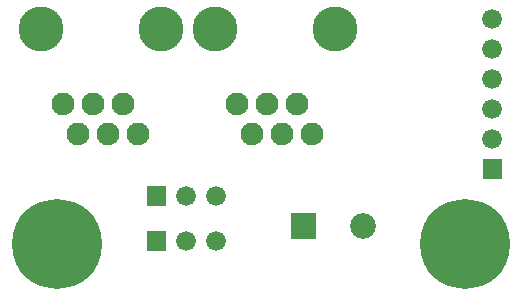
<source format=gbr>
G04 start of page 7 for group -4062 idx -4062 *
G04 Title: (unknown), soldermask *
G04 Creator: pcb 20110918 *
G04 CreationDate: Sun 25 Aug 2013 04:17:39 AM GMT UTC *
G04 For: railfan *
G04 Format: Gerber/RS-274X *
G04 PCB-Dimensions: 170000 100000 *
G04 PCB-Coordinate-Origin: lower left *
%MOIN*%
%FSLAX25Y25*%
%LNBOTTOMMASK*%
%ADD63C,0.0660*%
%ADD62C,0.2997*%
%ADD61C,0.0860*%
%ADD60C,0.0001*%
%ADD59C,0.0760*%
%ADD58C,0.1500*%
G54D58*X109500Y88500D03*
G54D59*X102000Y53500D03*
X97000Y63500D03*
X92000Y53500D03*
X87000Y63500D03*
X82000Y53500D03*
X77000Y63500D03*
G54D60*G36*
X94700Y27300D02*Y18700D01*
X103300D01*
Y27300D01*
X94700D01*
G37*
G54D61*X119000Y23000D03*
G54D60*G36*
X158700Y45300D02*Y38700D01*
X165300D01*
Y45300D01*
X158700D01*
G37*
G54D62*X153000Y17000D03*
G54D63*X162000Y52000D03*
Y62000D03*
Y72000D03*
Y82000D03*
Y92000D03*
G54D58*X69500Y88500D03*
X51500D03*
X11500D03*
G54D59*X44000Y53500D03*
X39000Y63500D03*
X29000D03*
X19000D03*
X34000Y53500D03*
X24000D03*
G54D62*X17000Y17000D03*
G54D60*G36*
X46700Y36300D02*Y29700D01*
X53300D01*
Y36300D01*
X46700D01*
G37*
G54D63*X60000Y33000D03*
X70000D03*
G54D60*G36*
X46700Y21300D02*Y14700D01*
X53300D01*
Y21300D01*
X46700D01*
G37*
G54D63*X60000Y18000D03*
X70000D03*
M02*

</source>
